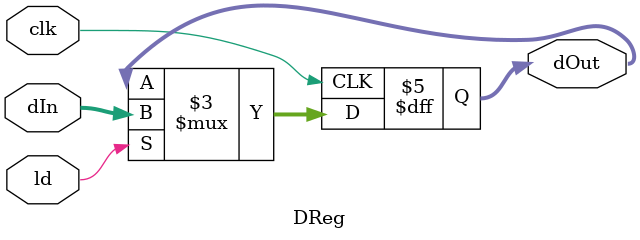
<source format=sv>
`timescale 1ns / 1ps


module DReg (
    input clk, ld, 
    input [3:0] dIn,
    output logic [3:0] dOut
    );
    always_ff @(posedge clk) begin
        //if (clr) dOut <= 0;
        //else if (set) dOut <= 1;
        if (ld) dOut = dIn;
    end
endmodule

</source>
